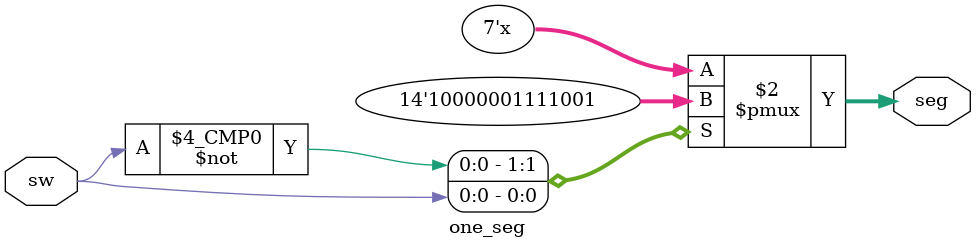
<source format=v>
/* Module used to instantiate the 7 segement present in FPGAs, in this case
* the 7 segment can output only 0 or 1 */
module one_seg(
     	input wire  sw,        
   	output reg [6:0] seg );
	always @(*) begin
        case (sw)
            1'b0: seg    = 7'b1000000; // 0
            1'b1: seg    = 7'b1111001; // 1
            default: seg = 7'b1111111; // Éteint (si jamais autre chose)
        endcase
    end 
    endmodule 



</source>
